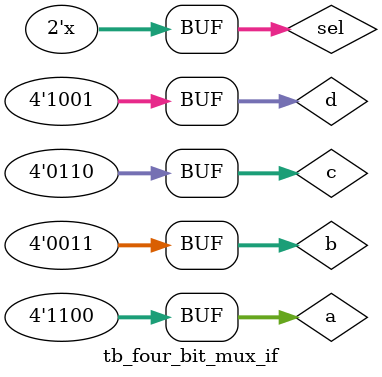
<source format=v>
`timescale 1ns / 1ps


module tb_four_bit_mux_if;

	// Inputs
	reg [1:0] sel;
	reg [3:0] a;
	reg [3:0] b;
	reg [3:0] c;
	reg [3:0] d;

	// Outputs
	wire [3:0] y;

	// Instantiate the Unit Under Test (UUT)
	four_bit_mux uut (
		.sel(sel), 
		.a(a), 
		.b(b), 
		.c(c), 
		.d(d), 
		.y(y)
	);

	initial begin
		// Initialize Inputs
		a = 4'b0001; 
		b = 4'b0010; 
		c = 4'b0100; 
		d = 4'b1000;
		
		#80
	
		a = 4'b1100; 
		b = 4'b0011; 
		c = 4'b0110; 
		d = 4'b1001;

		// Wait 100 ns for global reset to finish
        
		// Add stimulus here
		
	end
	
	initial sel = 2'b00;
	
	always #20 sel = sel + 1;
      
endmodule


</source>
